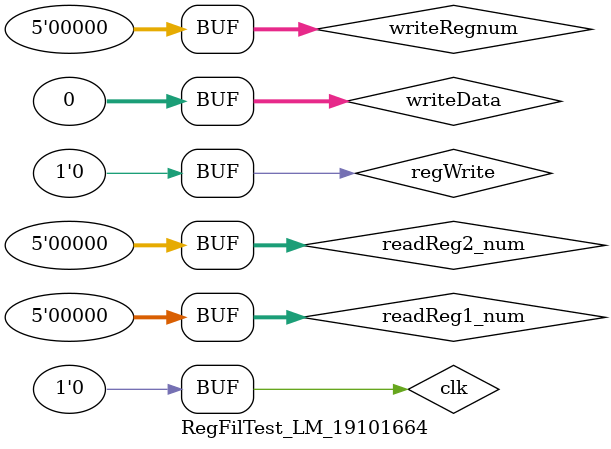
<source format=v>
`timescale 1ns / 1ps


module RegFilTest_LM_19101664;

	// Inputs
	reg [4:0] readReg1_num;
	reg [4:0] readReg2_num;
	reg [4:0] writeRegnum;
	reg [31:0] writeData;
	reg regWrite;
	reg clk;

	// Outputs
	wire [31:0] readData1;
	wire [31:0] readData2;

	// Instantiate the Unit Under Test (UUT)
	RegisterFile_LM_19101664 uut (
		.readReg1_num(readReg1_num), 
		.readReg2_num(readReg2_num), 
		.writeRegnum(writeRegnum), 
		.writeData(writeData), 
		.regWrite(regWrite), 
		.readData1(readData1), 
		.readData2(readData2), 
		.clk(clk)
	);

	initial begin
		// Initialize Inputs
		readReg1_num = 0;
		readReg2_num = 0;
		writeRegnum = 0;
		writeData = 0;
		regWrite = 0;
		clk = 0;

		// Wait 100 ns for global reset to finish
		#100;
        
		// Add stimulus here

	end
      
endmodule


</source>
